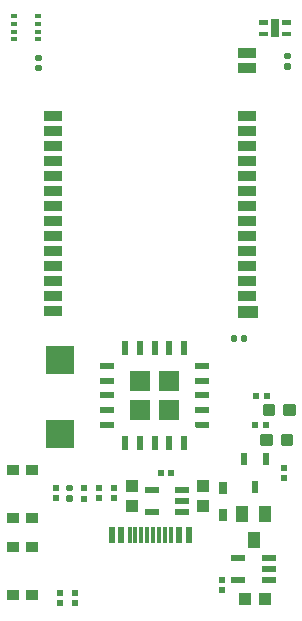
<source format=gbr>
G04 EAGLE Gerber RS-274X export*
G75*
%MOMM*%
%FSLAX34Y34*%
%LPD*%
%INSolderpaste Top*%
%IPPOS*%
%AMOC8*
5,1,8,0,0,1.08239X$1,22.5*%
G01*
%ADD10R,1.200000X0.550000*%
%ADD11R,1.000000X1.100000*%
%ADD12R,1.000000X0.900000*%
%ADD13R,0.600000X0.540000*%
%ADD14R,0.800000X1.000000*%
%ADD15R,1.000000X1.400000*%
%ADD16R,0.540000X0.600000*%
%ADD17C,0.300000*%
%ADD18R,0.482600X1.117600*%
%ADD19R,1.100000X1.000000*%
%ADD20R,1.800000X1.800000*%
%ADD21R,1.250000X0.550000*%
%ADD22R,0.550000X1.250000*%
%ADD23R,0.500000X0.350000*%
%ADD24R,2.403600X2.368000*%
%ADD25C,0.087500*%
%ADD26R,0.700000X1.600000*%
%ADD27C,0.270000*%
%ADD28R,1.600000X0.940000*%
%ADD29C,0.037600*%
%ADD30R,0.600000X1.450000*%
%ADD31R,0.300000X1.450000*%

G36*
X178377Y155117D02*
X178377Y155117D01*
X178372Y155124D01*
X178379Y155130D01*
X178379Y160630D01*
X178343Y160677D01*
X178336Y160672D01*
X178330Y160679D01*
X165830Y160679D01*
X165783Y160643D01*
X165788Y160636D01*
X165781Y160630D01*
X165781Y156930D01*
X165797Y156909D01*
X165795Y156895D01*
X167595Y155095D01*
X167622Y155092D01*
X167630Y155081D01*
X178330Y155081D01*
X178377Y155117D01*
G37*
D10*
X155471Y83760D03*
X155471Y93260D03*
X155471Y102760D03*
X129469Y102760D03*
X129469Y83760D03*
D11*
X173030Y89210D03*
X173030Y106210D03*
D12*
X28182Y79016D03*
X12182Y79016D03*
X12182Y120016D03*
X28182Y120016D03*
D13*
X241790Y121540D03*
X241790Y112900D03*
D14*
X189845Y104810D03*
X189845Y81810D03*
D15*
X215880Y60360D03*
X206380Y82360D03*
X225380Y82360D03*
D10*
X228781Y26300D03*
X228781Y35800D03*
X228781Y45300D03*
X202779Y45300D03*
X202779Y26300D03*
D13*
X189110Y18190D03*
X189110Y26830D03*
D16*
X217230Y157900D03*
X225870Y157900D03*
D17*
X240790Y148370D02*
X240790Y141370D01*
X240790Y148370D02*
X247790Y148370D01*
X247790Y141370D01*
X240790Y141370D01*
X240790Y144220D02*
X247790Y144220D01*
X247790Y147070D02*
X240790Y147070D01*
X223250Y148370D02*
X223250Y141370D01*
X223250Y148370D02*
X230250Y148370D01*
X230250Y141370D01*
X223250Y141370D01*
X223250Y144220D02*
X230250Y144220D01*
X230250Y147070D02*
X223250Y147070D01*
D18*
X226690Y129108D03*
X207690Y129108D03*
X217190Y105232D03*
D13*
X72294Y104190D03*
X72294Y95550D03*
D16*
X146177Y117150D03*
X137537Y117150D03*
D11*
X113031Y106453D03*
X113031Y89453D03*
D19*
X225843Y10083D03*
X208843Y10083D03*
D12*
X28320Y13790D03*
X12320Y13790D03*
X12320Y54790D03*
X28320Y54790D03*
D13*
X85090Y104650D03*
X85090Y96010D03*
X97790Y104650D03*
X97790Y96010D03*
D20*
X144580Y170380D03*
X119580Y170380D03*
X119580Y195380D03*
X144580Y195380D03*
D21*
X172080Y182880D03*
X172080Y170380D03*
X172080Y195380D03*
X172080Y207880D03*
X92080Y182880D03*
X92080Y170380D03*
X92080Y195380D03*
X92080Y207880D03*
X92080Y157880D03*
D22*
X132080Y222880D03*
X144580Y222880D03*
X157080Y222880D03*
X119580Y222880D03*
X107080Y222880D03*
X132080Y142880D03*
X144580Y142880D03*
X157080Y142880D03*
X119580Y142880D03*
X107080Y142880D03*
D23*
X33110Y497280D03*
X33110Y490780D03*
X33110Y484280D03*
X33110Y503780D03*
X12610Y490780D03*
X12610Y497280D03*
X12610Y503780D03*
X12610Y484280D03*
D24*
X52070Y212822D03*
X52070Y150398D03*
D13*
X64770Y7110D03*
X64770Y15750D03*
X52070Y7110D03*
X52070Y15750D03*
D25*
X240067Y490343D02*
X246693Y490343D01*
X246693Y487717D01*
X240067Y487717D01*
X240067Y490343D01*
X240067Y488548D02*
X246693Y488548D01*
X246693Y489379D02*
X240067Y489379D01*
X240067Y490210D02*
X246693Y490210D01*
X246693Y500343D02*
X240067Y500343D01*
X246693Y500343D02*
X246693Y497717D01*
X240067Y497717D01*
X240067Y500343D01*
X240067Y498548D02*
X246693Y498548D01*
X246693Y499379D02*
X240067Y499379D01*
X240067Y500210D02*
X246693Y500210D01*
X227293Y500343D02*
X220667Y500343D01*
X227293Y500343D02*
X227293Y497717D01*
X220667Y497717D01*
X220667Y500343D01*
X220667Y498548D02*
X227293Y498548D01*
X227293Y499379D02*
X220667Y499379D01*
X220667Y500210D02*
X227293Y500210D01*
X227293Y490343D02*
X220667Y490343D01*
X227293Y490343D02*
X227293Y487717D01*
X220667Y487717D01*
X220667Y490343D01*
X220667Y488548D02*
X227293Y488548D01*
X227293Y489379D02*
X220667Y489379D01*
X220667Y490210D02*
X227293Y490210D01*
D26*
X233680Y494030D03*
D27*
X200230Y229490D02*
X197530Y229490D01*
X197530Y232790D01*
X200230Y232790D01*
X200230Y229490D01*
X200230Y232055D02*
X197530Y232055D01*
X206170Y229490D02*
X208870Y229490D01*
X206170Y229490D02*
X206170Y232790D01*
X208870Y232790D01*
X208870Y229490D01*
X208870Y232055D02*
X206170Y232055D01*
X31370Y467790D02*
X31370Y470490D01*
X34670Y470490D01*
X34670Y467790D01*
X31370Y467790D01*
X31370Y470355D02*
X34670Y470355D01*
X31370Y461850D02*
X31370Y459150D01*
X31370Y461850D02*
X34670Y461850D01*
X34670Y459150D01*
X31370Y459150D01*
X31370Y461715D02*
X34670Y461715D01*
X245490Y460420D02*
X245490Y463120D01*
X245490Y460420D02*
X242190Y460420D01*
X242190Y463120D01*
X245490Y463120D01*
X245490Y462985D02*
X242190Y462985D01*
X245490Y469060D02*
X245490Y471760D01*
X245490Y469060D02*
X242190Y469060D01*
X242190Y471760D01*
X245490Y471760D01*
X245490Y471625D02*
X242190Y471625D01*
D17*
X242636Y173958D02*
X242636Y166958D01*
X242636Y173958D02*
X249636Y173958D01*
X249636Y166958D01*
X242636Y166958D01*
X242636Y169808D02*
X249636Y169808D01*
X249636Y172658D02*
X242636Y172658D01*
X225096Y173958D02*
X225096Y166958D01*
X225096Y173958D02*
X232096Y173958D01*
X232096Y166958D01*
X225096Y166958D01*
X225096Y169808D02*
X232096Y169808D01*
X232096Y172658D02*
X225096Y172658D01*
D16*
X218114Y182602D03*
X226754Y182602D03*
D28*
X46260Y254030D03*
X46260Y266730D03*
X46260Y279430D03*
X46260Y292130D03*
X46260Y304830D03*
X46260Y317530D03*
X46260Y330230D03*
X46260Y342930D03*
X46260Y355630D03*
X46260Y368330D03*
X46260Y381030D03*
X46260Y393730D03*
X46260Y406430D03*
D29*
X202638Y249518D02*
X218262Y249518D01*
X202638Y249518D02*
X202638Y258542D01*
X218262Y258542D01*
X218262Y249518D01*
X218262Y249875D02*
X202638Y249875D01*
X202638Y250232D02*
X218262Y250232D01*
X218262Y250589D02*
X202638Y250589D01*
X202638Y250946D02*
X218262Y250946D01*
X218262Y251303D02*
X202638Y251303D01*
X202638Y251660D02*
X218262Y251660D01*
X218262Y252017D02*
X202638Y252017D01*
X202638Y252374D02*
X218262Y252374D01*
X218262Y252731D02*
X202638Y252731D01*
X202638Y253088D02*
X218262Y253088D01*
X218262Y253445D02*
X202638Y253445D01*
X202638Y253802D02*
X218262Y253802D01*
X218262Y254159D02*
X202638Y254159D01*
X202638Y254516D02*
X218262Y254516D01*
X218262Y254873D02*
X202638Y254873D01*
X202638Y255230D02*
X218262Y255230D01*
X218262Y255587D02*
X202638Y255587D01*
X202638Y255944D02*
X218262Y255944D01*
X218262Y256301D02*
X202638Y256301D01*
X202638Y256658D02*
X218262Y256658D01*
X218262Y257015D02*
X202638Y257015D01*
X202638Y257372D02*
X218262Y257372D01*
X218262Y257729D02*
X202638Y257729D01*
X202638Y258086D02*
X218262Y258086D01*
X218262Y258443D02*
X202638Y258443D01*
D28*
X210450Y266730D03*
X210450Y279430D03*
X210450Y292130D03*
X210450Y304830D03*
X210450Y317530D03*
X210450Y330230D03*
X210450Y342930D03*
X210450Y355630D03*
X210450Y368330D03*
X210450Y381030D03*
X210450Y393730D03*
X210450Y406430D03*
X210450Y460030D03*
X210450Y472730D03*
X46260Y419130D03*
X210450Y419130D03*
D30*
X95770Y64920D03*
X103770Y64920D03*
D31*
X125770Y64920D03*
X120770Y64920D03*
X115770Y64920D03*
X110770Y64920D03*
X130770Y64920D03*
X135770Y64920D03*
X140770Y64920D03*
X145770Y64920D03*
D30*
X152770Y64920D03*
X160770Y64920D03*
D13*
X48260Y96010D03*
X48260Y104650D03*
D27*
X61340Y97360D02*
X61340Y94660D01*
X58040Y94660D01*
X58040Y97360D01*
X61340Y97360D01*
X61340Y97225D02*
X58040Y97225D01*
X61340Y103300D02*
X61340Y106000D01*
X61340Y103300D02*
X58040Y103300D01*
X58040Y106000D01*
X61340Y106000D01*
X61340Y105865D02*
X58040Y105865D01*
M02*

</source>
